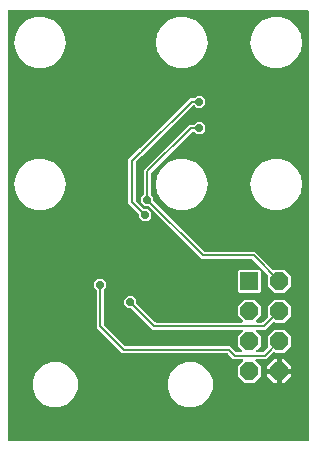
<source format=gbr>
G04 EAGLE Gerber RS-274X export*
G75*
%MOMM*%
%FSLAX34Y34*%
%LPD*%
%INBottom Copper*%
%IPPOS*%
%AMOC8*
5,1,8,0,0,1.08239X$1,22.5*%
G01*
%ADD10R,1.524000X1.524000*%
%ADD11P,1.649562X8X292.500000*%
%ADD12P,0.654629X8X22.500000*%
%ADD13C,0.203200*%

G36*
X256502Y2549D02*
X256502Y2549D01*
X256560Y2547D01*
X256642Y2569D01*
X256726Y2581D01*
X256779Y2604D01*
X256835Y2619D01*
X256908Y2662D01*
X256985Y2697D01*
X257030Y2735D01*
X257080Y2764D01*
X257138Y2826D01*
X257202Y2880D01*
X257234Y2929D01*
X257274Y2972D01*
X257313Y3047D01*
X257360Y3117D01*
X257377Y3173D01*
X257404Y3225D01*
X257415Y3293D01*
X257445Y3388D01*
X257448Y3488D01*
X257459Y3556D01*
X257459Y366444D01*
X257451Y366502D01*
X257453Y366560D01*
X257431Y366642D01*
X257419Y366726D01*
X257396Y366779D01*
X257381Y366835D01*
X257338Y366908D01*
X257303Y366985D01*
X257265Y367030D01*
X257236Y367080D01*
X257174Y367138D01*
X257120Y367202D01*
X257071Y367234D01*
X257028Y367274D01*
X256953Y367313D01*
X256883Y367360D01*
X256827Y367377D01*
X256775Y367404D01*
X256707Y367415D01*
X256612Y367445D01*
X256512Y367448D01*
X256444Y367459D01*
X3556Y367459D01*
X3498Y367451D01*
X3440Y367453D01*
X3358Y367431D01*
X3274Y367419D01*
X3221Y367396D01*
X3165Y367381D01*
X3092Y367338D01*
X3015Y367303D01*
X2970Y367265D01*
X2920Y367236D01*
X2862Y367174D01*
X2798Y367120D01*
X2766Y367071D01*
X2726Y367028D01*
X2687Y366953D01*
X2640Y366883D01*
X2623Y366827D01*
X2596Y366775D01*
X2585Y366707D01*
X2555Y366612D01*
X2552Y366512D01*
X2541Y366444D01*
X2541Y3556D01*
X2549Y3498D01*
X2547Y3440D01*
X2569Y3358D01*
X2581Y3274D01*
X2604Y3221D01*
X2619Y3165D01*
X2662Y3092D01*
X2697Y3015D01*
X2735Y2970D01*
X2764Y2920D01*
X2826Y2862D01*
X2880Y2798D01*
X2929Y2766D01*
X2972Y2726D01*
X3047Y2687D01*
X3117Y2640D01*
X3173Y2623D01*
X3225Y2596D01*
X3293Y2585D01*
X3388Y2555D01*
X3488Y2552D01*
X3556Y2541D01*
X256444Y2541D01*
X256502Y2549D01*
G37*
%LPC*%
G36*
X203302Y52247D02*
X203302Y52247D01*
X197647Y57902D01*
X197647Y65898D01*
X201967Y70218D01*
X201985Y70242D01*
X202007Y70261D01*
X202070Y70355D01*
X202138Y70445D01*
X202148Y70473D01*
X202165Y70497D01*
X202199Y70605D01*
X202239Y70711D01*
X202242Y70740D01*
X202251Y70768D01*
X202253Y70882D01*
X202263Y70994D01*
X202257Y71023D01*
X202258Y71052D01*
X202229Y71162D01*
X202207Y71273D01*
X202193Y71299D01*
X202186Y71327D01*
X202128Y71425D01*
X202076Y71525D01*
X202056Y71547D01*
X202041Y71572D01*
X201958Y71649D01*
X201880Y71731D01*
X201855Y71746D01*
X201833Y71766D01*
X201733Y71818D01*
X201635Y71875D01*
X201606Y71882D01*
X201580Y71896D01*
X201503Y71909D01*
X201359Y71945D01*
X201297Y71943D01*
X201249Y71951D01*
X193737Y71951D01*
X189035Y76654D01*
X188965Y76706D01*
X188901Y76766D01*
X188851Y76792D01*
X188807Y76825D01*
X188726Y76856D01*
X188648Y76896D01*
X188600Y76904D01*
X188542Y76926D01*
X188394Y76938D01*
X188317Y76951D01*
X99710Y76951D01*
X77901Y98760D01*
X77901Y130477D01*
X77893Y130533D01*
X77895Y130579D01*
X77888Y130605D01*
X77886Y130651D01*
X77869Y130704D01*
X77861Y130758D01*
X77828Y130832D01*
X77823Y130854D01*
X77818Y130861D01*
X77799Y130921D01*
X77771Y130961D01*
X77745Y131018D01*
X77678Y131097D01*
X77678Y131098D01*
X77676Y131099D01*
X77649Y131131D01*
X77604Y131195D01*
X75893Y132905D01*
X75893Y137095D01*
X78855Y140057D01*
X83045Y140057D01*
X86007Y137095D01*
X86007Y132905D01*
X84296Y131195D01*
X84244Y131125D01*
X84184Y131061D01*
X84158Y131012D01*
X84125Y130968D01*
X84102Y130906D01*
X84098Y130901D01*
X84093Y130884D01*
X84054Y130808D01*
X84046Y130760D01*
X84024Y130702D01*
X84020Y130653D01*
X84013Y130630D01*
X84011Y130548D01*
X83999Y130477D01*
X83999Y101706D01*
X84011Y101619D01*
X84014Y101532D01*
X84031Y101479D01*
X84039Y101424D01*
X84074Y101345D01*
X84101Y101261D01*
X84129Y101222D01*
X84155Y101165D01*
X84251Y101052D01*
X84296Y100988D01*
X101938Y83346D01*
X102008Y83294D01*
X102072Y83234D01*
X102121Y83208D01*
X102165Y83175D01*
X102247Y83144D01*
X102325Y83104D01*
X102372Y83096D01*
X102431Y83074D01*
X102579Y83062D01*
X102656Y83049D01*
X191263Y83049D01*
X195965Y78346D01*
X196035Y78294D01*
X196099Y78234D01*
X196149Y78208D01*
X196193Y78175D01*
X196274Y78144D01*
X196352Y78104D01*
X196400Y78096D01*
X196458Y78074D01*
X196606Y78062D01*
X196683Y78049D01*
X200449Y78049D01*
X200478Y78053D01*
X200508Y78050D01*
X200619Y78073D01*
X200731Y78089D01*
X200757Y78101D01*
X200786Y78106D01*
X200887Y78158D01*
X200990Y78205D01*
X201013Y78224D01*
X201039Y78237D01*
X201121Y78315D01*
X201207Y78388D01*
X201223Y78413D01*
X201245Y78433D01*
X201302Y78531D01*
X201365Y78625D01*
X201374Y78653D01*
X201388Y78678D01*
X201416Y78788D01*
X201451Y78896D01*
X201451Y78926D01*
X201458Y78954D01*
X201455Y79067D01*
X201458Y79180D01*
X201450Y79209D01*
X201449Y79238D01*
X201415Y79346D01*
X201386Y79455D01*
X201371Y79481D01*
X201362Y79509D01*
X201316Y79572D01*
X201241Y79700D01*
X201195Y79743D01*
X201167Y79782D01*
X197647Y83302D01*
X197647Y91298D01*
X201567Y95218D01*
X201585Y95242D01*
X201607Y95261D01*
X201670Y95355D01*
X201738Y95445D01*
X201748Y95473D01*
X201765Y95497D01*
X201799Y95605D01*
X201839Y95711D01*
X201842Y95740D01*
X201851Y95768D01*
X201853Y95882D01*
X201863Y95994D01*
X201857Y96023D01*
X201858Y96052D01*
X201829Y96162D01*
X201807Y96273D01*
X201793Y96299D01*
X201786Y96327D01*
X201728Y96425D01*
X201676Y96525D01*
X201656Y96547D01*
X201641Y96572D01*
X201558Y96649D01*
X201480Y96731D01*
X201455Y96746D01*
X201433Y96766D01*
X201333Y96818D01*
X201235Y96875D01*
X201206Y96882D01*
X201180Y96896D01*
X201103Y96909D01*
X200959Y96945D01*
X200897Y96943D01*
X200849Y96951D01*
X125417Y96951D01*
X107393Y114976D01*
X107323Y115029D01*
X107259Y115089D01*
X107209Y115114D01*
X107165Y115147D01*
X107084Y115178D01*
X107006Y115218D01*
X106958Y115226D01*
X106900Y115248D01*
X106752Y115261D01*
X106675Y115274D01*
X104255Y115274D01*
X101293Y118236D01*
X101293Y122425D01*
X104255Y125387D01*
X108445Y125387D01*
X111407Y122425D01*
X111407Y120006D01*
X111419Y119919D01*
X111422Y119832D01*
X111439Y119779D01*
X111447Y119724D01*
X111482Y119644D01*
X111509Y119561D01*
X111537Y119522D01*
X111563Y119465D01*
X111659Y119351D01*
X111704Y119288D01*
X127646Y103346D01*
X127716Y103294D01*
X127779Y103234D01*
X127829Y103208D01*
X127873Y103175D01*
X127955Y103144D01*
X128033Y103104D01*
X128080Y103096D01*
X128139Y103074D01*
X128286Y103062D01*
X128364Y103049D01*
X200849Y103049D01*
X200878Y103053D01*
X200908Y103050D01*
X201019Y103073D01*
X201131Y103089D01*
X201157Y103101D01*
X201186Y103106D01*
X201287Y103158D01*
X201390Y103205D01*
X201413Y103224D01*
X201439Y103237D01*
X201521Y103315D01*
X201607Y103388D01*
X201623Y103413D01*
X201645Y103433D01*
X201702Y103531D01*
X201765Y103625D01*
X201774Y103653D01*
X201788Y103678D01*
X201816Y103788D01*
X201851Y103896D01*
X201851Y103926D01*
X201858Y103954D01*
X201855Y104067D01*
X201858Y104180D01*
X201850Y104209D01*
X201849Y104238D01*
X201815Y104346D01*
X201786Y104455D01*
X201771Y104481D01*
X201762Y104509D01*
X201716Y104572D01*
X201641Y104700D01*
X201639Y104701D01*
X201639Y104702D01*
X201595Y104743D01*
X201567Y104782D01*
X197647Y108702D01*
X197647Y116698D01*
X203302Y122353D01*
X211298Y122353D01*
X216953Y116698D01*
X216953Y108702D01*
X213033Y104782D01*
X213016Y104759D01*
X212995Y104741D01*
X212994Y104741D01*
X212993Y104739D01*
X212930Y104645D01*
X212862Y104555D01*
X212852Y104527D01*
X212835Y104503D01*
X212801Y104395D01*
X212761Y104289D01*
X212758Y104260D01*
X212749Y104232D01*
X212747Y104118D01*
X212737Y104006D01*
X212743Y103977D01*
X212742Y103948D01*
X212771Y103838D01*
X212793Y103727D01*
X212807Y103701D01*
X212814Y103673D01*
X212872Y103575D01*
X212924Y103475D01*
X212944Y103453D01*
X212959Y103428D01*
X213042Y103351D01*
X213120Y103269D01*
X213145Y103254D01*
X213167Y103234D01*
X213267Y103182D01*
X213365Y103125D01*
X213394Y103118D01*
X213420Y103104D01*
X213497Y103091D01*
X213641Y103055D01*
X213703Y103057D01*
X213751Y103049D01*
X218317Y103049D01*
X218403Y103061D01*
X218491Y103064D01*
X218543Y103081D01*
X218598Y103089D01*
X218678Y103124D01*
X218761Y103151D01*
X218800Y103179D01*
X218858Y103205D01*
X218971Y103301D01*
X219035Y103346D01*
X223001Y107312D01*
X223036Y107359D01*
X223078Y107399D01*
X223121Y107472D01*
X223172Y107540D01*
X223193Y107594D01*
X223222Y107645D01*
X223243Y107726D01*
X223273Y107805D01*
X223278Y107863D01*
X223292Y107920D01*
X223290Y108005D01*
X223297Y108089D01*
X223285Y108146D01*
X223283Y108204D01*
X223257Y108285D01*
X223241Y108367D01*
X223214Y108419D01*
X223196Y108475D01*
X223156Y108531D01*
X223110Y108620D01*
X223047Y108685D01*
X223047Y116698D01*
X228702Y122353D01*
X236698Y122353D01*
X242353Y116698D01*
X242353Y108702D01*
X236698Y103047D01*
X228691Y103047D01*
X228661Y103078D01*
X228588Y103121D01*
X228521Y103172D01*
X228466Y103193D01*
X228416Y103222D01*
X228334Y103243D01*
X228255Y103273D01*
X228197Y103278D01*
X228140Y103292D01*
X228056Y103290D01*
X227972Y103297D01*
X227915Y103285D01*
X227856Y103283D01*
X227776Y103257D01*
X227693Y103241D01*
X227641Y103214D01*
X227586Y103196D01*
X227530Y103156D01*
X227441Y103110D01*
X227369Y103041D01*
X227312Y103001D01*
X223346Y99035D01*
X223346Y99034D01*
X221263Y96951D01*
X213751Y96951D01*
X213722Y96947D01*
X213692Y96950D01*
X213581Y96927D01*
X213469Y96911D01*
X213443Y96899D01*
X213414Y96894D01*
X213313Y96842D01*
X213210Y96795D01*
X213187Y96776D01*
X213161Y96763D01*
X213079Y96685D01*
X212993Y96612D01*
X212977Y96587D01*
X212955Y96567D01*
X212898Y96469D01*
X212835Y96375D01*
X212826Y96347D01*
X212812Y96322D01*
X212784Y96212D01*
X212749Y96104D01*
X212749Y96074D01*
X212742Y96046D01*
X212745Y95933D01*
X212742Y95820D01*
X212750Y95791D01*
X212751Y95762D01*
X212785Y95654D01*
X212814Y95545D01*
X212829Y95519D01*
X212838Y95491D01*
X212884Y95428D01*
X212959Y95300D01*
X213005Y95257D01*
X213033Y95218D01*
X216953Y91298D01*
X216953Y83302D01*
X213433Y79782D01*
X213415Y79758D01*
X213393Y79739D01*
X213330Y79645D01*
X213262Y79555D01*
X213252Y79527D01*
X213235Y79503D01*
X213201Y79395D01*
X213161Y79289D01*
X213158Y79260D01*
X213149Y79232D01*
X213147Y79118D01*
X213137Y79006D01*
X213143Y78977D01*
X213142Y78948D01*
X213171Y78838D01*
X213193Y78727D01*
X213207Y78701D01*
X213214Y78673D01*
X213272Y78575D01*
X213324Y78475D01*
X213344Y78453D01*
X213359Y78428D01*
X213442Y78351D01*
X213520Y78269D01*
X213545Y78254D01*
X213567Y78234D01*
X213667Y78182D01*
X213765Y78125D01*
X213794Y78118D01*
X213820Y78104D01*
X213897Y78091D01*
X214041Y78055D01*
X214103Y78057D01*
X214151Y78049D01*
X218717Y78049D01*
X218803Y78061D01*
X218891Y78064D01*
X218943Y78081D01*
X218998Y78089D01*
X219078Y78124D01*
X219161Y78151D01*
X219200Y78179D01*
X219258Y78205D01*
X219371Y78301D01*
X219435Y78346D01*
X223001Y81912D01*
X223036Y81959D01*
X223078Y81999D01*
X223121Y82072D01*
X223172Y82140D01*
X223193Y82194D01*
X223222Y82245D01*
X223243Y82326D01*
X223273Y82405D01*
X223278Y82463D01*
X223292Y82520D01*
X223290Y82605D01*
X223297Y82689D01*
X223285Y82746D01*
X223283Y82804D01*
X223257Y82885D01*
X223241Y82967D01*
X223214Y83019D01*
X223196Y83075D01*
X223156Y83131D01*
X223110Y83220D01*
X223047Y83285D01*
X223047Y91298D01*
X228702Y96953D01*
X236698Y96953D01*
X242353Y91298D01*
X242353Y83302D01*
X236698Y77647D01*
X228691Y77647D01*
X228661Y77678D01*
X228588Y77721D01*
X228521Y77772D01*
X228466Y77793D01*
X228416Y77822D01*
X228334Y77843D01*
X228255Y77873D01*
X228197Y77878D01*
X228140Y77892D01*
X228056Y77890D01*
X227972Y77897D01*
X227915Y77885D01*
X227856Y77883D01*
X227776Y77857D01*
X227693Y77841D01*
X227641Y77814D01*
X227586Y77796D01*
X227530Y77756D01*
X227441Y77710D01*
X227369Y77641D01*
X227312Y77601D01*
X221663Y71951D01*
X213351Y71951D01*
X213322Y71947D01*
X213292Y71950D01*
X213181Y71927D01*
X213069Y71911D01*
X213043Y71899D01*
X213014Y71894D01*
X212913Y71842D01*
X212810Y71795D01*
X212787Y71776D01*
X212761Y71763D01*
X212679Y71685D01*
X212593Y71612D01*
X212577Y71587D01*
X212555Y71567D01*
X212498Y71469D01*
X212435Y71375D01*
X212426Y71347D01*
X212412Y71322D01*
X212384Y71212D01*
X212349Y71104D01*
X212349Y71074D01*
X212342Y71046D01*
X212345Y70933D01*
X212342Y70820D01*
X212350Y70791D01*
X212351Y70762D01*
X212385Y70654D01*
X212414Y70545D01*
X212429Y70519D01*
X212438Y70491D01*
X212484Y70428D01*
X212559Y70300D01*
X212605Y70257D01*
X212633Y70218D01*
X216953Y65898D01*
X216953Y57902D01*
X211298Y52247D01*
X203302Y52247D01*
G37*
%LPD*%
%LPC*%
G36*
X228702Y128447D02*
X228702Y128447D01*
X223047Y134102D01*
X223047Y142109D01*
X223078Y142139D01*
X223121Y142212D01*
X223172Y142279D01*
X223193Y142334D01*
X223222Y142384D01*
X223243Y142466D01*
X223273Y142545D01*
X223278Y142603D01*
X223292Y142660D01*
X223290Y142744D01*
X223297Y142828D01*
X223285Y142885D01*
X223283Y142944D01*
X223257Y143024D01*
X223241Y143107D01*
X223214Y143159D01*
X223196Y143214D01*
X223156Y143270D01*
X223110Y143359D01*
X223041Y143431D01*
X223001Y143488D01*
X209835Y156654D01*
X209765Y156706D01*
X209701Y156766D01*
X209651Y156792D01*
X209607Y156825D01*
X209526Y156856D01*
X209448Y156896D01*
X209400Y156904D01*
X209342Y156926D01*
X209194Y156938D01*
X209117Y156951D01*
X166737Y156951D01*
X122043Y201646D01*
X121973Y201698D01*
X121909Y201758D01*
X121859Y201784D01*
X121815Y201817D01*
X121734Y201848D01*
X121656Y201888D01*
X121608Y201896D01*
X121550Y201918D01*
X121402Y201930D01*
X121325Y201943D01*
X118905Y201943D01*
X115943Y204905D01*
X115943Y209095D01*
X117654Y210805D01*
X117706Y210875D01*
X117766Y210939D01*
X117792Y210988D01*
X117825Y211032D01*
X117856Y211114D01*
X117896Y211192D01*
X117904Y211240D01*
X117926Y211298D01*
X117938Y211446D01*
X117951Y211523D01*
X117951Y232263D01*
X156237Y270549D01*
X160477Y270549D01*
X160564Y270561D01*
X160651Y270564D01*
X160704Y270581D01*
X160758Y270589D01*
X160838Y270624D01*
X160921Y270651D01*
X160961Y270679D01*
X161018Y270705D01*
X161131Y270801D01*
X161195Y270846D01*
X162905Y272557D01*
X167095Y272557D01*
X170057Y269595D01*
X170057Y265405D01*
X167095Y262443D01*
X162905Y262443D01*
X161195Y264154D01*
X161125Y264206D01*
X161061Y264266D01*
X161012Y264292D01*
X160968Y264325D01*
X160886Y264356D01*
X160808Y264396D01*
X160760Y264404D01*
X160702Y264426D01*
X160554Y264438D01*
X160477Y264451D01*
X159183Y264451D01*
X159097Y264439D01*
X159009Y264436D01*
X158957Y264419D01*
X158902Y264411D01*
X158822Y264376D01*
X158739Y264349D01*
X158700Y264321D01*
X158642Y264295D01*
X158529Y264199D01*
X158465Y264154D01*
X124346Y230035D01*
X124294Y229965D01*
X124234Y229901D01*
X124208Y229851D01*
X124175Y229807D01*
X124144Y229726D01*
X124104Y229648D01*
X124096Y229600D01*
X124074Y229542D01*
X124062Y229394D01*
X124049Y229317D01*
X124049Y211523D01*
X124061Y211436D01*
X124064Y211349D01*
X124081Y211296D01*
X124089Y211242D01*
X124124Y211162D01*
X124151Y211079D01*
X124179Y211039D01*
X124205Y210982D01*
X124301Y210869D01*
X124346Y210805D01*
X126057Y209095D01*
X126057Y206675D01*
X126069Y206589D01*
X126072Y206501D01*
X126089Y206449D01*
X126097Y206394D01*
X126132Y206314D01*
X126159Y206231D01*
X126187Y206192D01*
X126213Y206134D01*
X126309Y206021D01*
X126354Y205957D01*
X168965Y163346D01*
X169035Y163294D01*
X169099Y163234D01*
X169149Y163208D01*
X169193Y163175D01*
X169274Y163144D01*
X169352Y163104D01*
X169400Y163096D01*
X169458Y163074D01*
X169606Y163062D01*
X169683Y163049D01*
X212063Y163049D01*
X214146Y160966D01*
X214146Y160965D01*
X227312Y147799D01*
X227359Y147764D01*
X227399Y147722D01*
X227472Y147679D01*
X227540Y147628D01*
X227594Y147607D01*
X227645Y147578D01*
X227726Y147557D01*
X227805Y147527D01*
X227863Y147522D01*
X227920Y147508D01*
X228005Y147510D01*
X228089Y147503D01*
X228146Y147515D01*
X228204Y147517D01*
X228285Y147543D01*
X228367Y147559D01*
X228419Y147586D01*
X228475Y147604D01*
X228531Y147644D01*
X228620Y147690D01*
X228685Y147753D01*
X236698Y147753D01*
X242353Y142098D01*
X242353Y134102D01*
X236698Y128447D01*
X228702Y128447D01*
G37*
%LPD*%
%LPC*%
G36*
X226193Y198409D02*
X226193Y198409D01*
X219038Y201013D01*
X213205Y205908D01*
X209398Y212502D01*
X208076Y220000D01*
X209398Y227498D01*
X213205Y234092D01*
X219038Y238987D01*
X226193Y241591D01*
X233807Y241591D01*
X240962Y238987D01*
X246795Y234092D01*
X250602Y227498D01*
X251924Y220000D01*
X250602Y212502D01*
X246795Y205908D01*
X240962Y201013D01*
X233807Y198409D01*
X226193Y198409D01*
G37*
%LPD*%
%LPC*%
G36*
X226193Y318409D02*
X226193Y318409D01*
X219038Y321013D01*
X213205Y325908D01*
X209398Y332502D01*
X208076Y340000D01*
X209398Y347498D01*
X213205Y354092D01*
X219038Y358987D01*
X226193Y361591D01*
X233807Y361591D01*
X240962Y358987D01*
X246795Y354092D01*
X250602Y347498D01*
X251924Y340000D01*
X250602Y332502D01*
X246795Y325908D01*
X240962Y321013D01*
X233807Y318409D01*
X226193Y318409D01*
G37*
%LPD*%
%LPC*%
G36*
X146193Y318409D02*
X146193Y318409D01*
X139038Y321013D01*
X133205Y325908D01*
X129398Y332502D01*
X128076Y340000D01*
X129398Y347498D01*
X133205Y354092D01*
X139038Y358987D01*
X146193Y361591D01*
X153807Y361591D01*
X160962Y358987D01*
X166795Y354092D01*
X170602Y347498D01*
X171924Y340000D01*
X170602Y332502D01*
X166795Y325908D01*
X160962Y321013D01*
X153807Y318409D01*
X146193Y318409D01*
G37*
%LPD*%
%LPC*%
G36*
X26193Y198409D02*
X26193Y198409D01*
X19038Y201013D01*
X13205Y205908D01*
X9398Y212502D01*
X8076Y220000D01*
X9398Y227498D01*
X13205Y234092D01*
X19038Y238987D01*
X26193Y241591D01*
X33807Y241591D01*
X40962Y238987D01*
X46795Y234092D01*
X50602Y227498D01*
X51924Y220000D01*
X50602Y212502D01*
X46795Y205908D01*
X40962Y201013D01*
X33807Y198409D01*
X26193Y198409D01*
G37*
%LPD*%
%LPC*%
G36*
X146193Y198409D02*
X146193Y198409D01*
X139038Y201013D01*
X133205Y205908D01*
X129398Y212502D01*
X128076Y220000D01*
X129398Y227498D01*
X133205Y234092D01*
X139038Y238987D01*
X146193Y241591D01*
X153807Y241591D01*
X160962Y238987D01*
X166795Y234092D01*
X170602Y227498D01*
X171924Y220000D01*
X170602Y212502D01*
X166795Y205908D01*
X160962Y201013D01*
X153807Y198409D01*
X146193Y198409D01*
G37*
%LPD*%
%LPC*%
G36*
X26193Y318409D02*
X26193Y318409D01*
X19038Y321013D01*
X13205Y325908D01*
X9398Y332502D01*
X8076Y340000D01*
X9398Y347498D01*
X13205Y354092D01*
X19038Y358987D01*
X26193Y361591D01*
X33807Y361591D01*
X40962Y358987D01*
X46795Y354092D01*
X50602Y347498D01*
X51924Y340000D01*
X50602Y332502D01*
X46795Y325908D01*
X40962Y321013D01*
X33807Y318409D01*
X26193Y318409D01*
G37*
%LPD*%
%LPC*%
G36*
X153363Y31459D02*
X153363Y31459D01*
X146364Y34358D01*
X141008Y39714D01*
X138109Y46713D01*
X138109Y54287D01*
X141008Y61286D01*
X146364Y66642D01*
X153363Y69541D01*
X160937Y69541D01*
X167936Y66642D01*
X173292Y61286D01*
X176191Y54287D01*
X176191Y46713D01*
X173292Y39714D01*
X167936Y34358D01*
X160937Y31459D01*
X153363Y31459D01*
G37*
%LPD*%
%LPC*%
G36*
X39063Y31459D02*
X39063Y31459D01*
X32064Y34358D01*
X26708Y39714D01*
X23809Y46713D01*
X23809Y54287D01*
X26708Y61286D01*
X32064Y66642D01*
X39063Y69541D01*
X46637Y69541D01*
X53636Y66642D01*
X58992Y61286D01*
X61891Y54287D01*
X61891Y46713D01*
X58992Y39714D01*
X53636Y34358D01*
X46637Y31459D01*
X39063Y31459D01*
G37*
%LPD*%
%LPC*%
G36*
X116955Y188893D02*
X116955Y188893D01*
X113993Y191855D01*
X113993Y194275D01*
X113981Y194361D01*
X113978Y194449D01*
X113961Y194501D01*
X113953Y194556D01*
X113918Y194636D01*
X113891Y194719D01*
X113863Y194758D01*
X113837Y194816D01*
X113741Y194929D01*
X113696Y194993D01*
X104951Y203737D01*
X104951Y241263D01*
X107034Y243346D01*
X107035Y243346D01*
X114237Y250549D01*
X114317Y250549D01*
X114403Y250561D01*
X114491Y250564D01*
X114543Y250581D01*
X114598Y250589D01*
X114678Y250624D01*
X114761Y250651D01*
X114800Y250679D01*
X114858Y250705D01*
X114971Y250801D01*
X115035Y250846D01*
X157237Y293049D01*
X160477Y293049D01*
X160564Y293061D01*
X160651Y293064D01*
X160704Y293081D01*
X160758Y293089D01*
X160838Y293124D01*
X160921Y293151D01*
X160961Y293179D01*
X161018Y293205D01*
X161131Y293301D01*
X161195Y293346D01*
X162905Y295057D01*
X167095Y295057D01*
X170057Y292095D01*
X170057Y287905D01*
X167095Y284943D01*
X162905Y284943D01*
X161195Y286654D01*
X161125Y286706D01*
X161061Y286766D01*
X161012Y286792D01*
X160968Y286825D01*
X160886Y286856D01*
X160808Y286896D01*
X160760Y286904D01*
X160702Y286926D01*
X160554Y286938D01*
X160477Y286951D01*
X160183Y286951D01*
X160097Y286939D01*
X160009Y286936D01*
X159957Y286919D01*
X159902Y286911D01*
X159822Y286876D01*
X159739Y286849D01*
X159700Y286821D01*
X159642Y286795D01*
X159529Y286699D01*
X159465Y286654D01*
X116763Y243951D01*
X116683Y243951D01*
X116597Y243939D01*
X116509Y243936D01*
X116457Y243919D01*
X116402Y243911D01*
X116322Y243876D01*
X116239Y243849D01*
X116200Y243821D01*
X116142Y243795D01*
X116029Y243699D01*
X115965Y243654D01*
X111346Y239035D01*
X111294Y238965D01*
X111234Y238901D01*
X111208Y238851D01*
X111175Y238807D01*
X111144Y238726D01*
X111104Y238648D01*
X111096Y238600D01*
X111074Y238542D01*
X111062Y238394D01*
X111049Y238317D01*
X111049Y206683D01*
X111061Y206597D01*
X111064Y206509D01*
X111081Y206457D01*
X111089Y206402D01*
X111124Y206322D01*
X111151Y206239D01*
X111179Y206200D01*
X111205Y206142D01*
X111301Y206029D01*
X111346Y205965D01*
X118007Y199304D01*
X118077Y199252D01*
X118141Y199192D01*
X118191Y199166D01*
X118235Y199133D01*
X118316Y199102D01*
X118394Y199062D01*
X118442Y199054D01*
X118500Y199032D01*
X118648Y199020D01*
X118725Y199007D01*
X121145Y199007D01*
X124107Y196045D01*
X124107Y191855D01*
X121145Y188893D01*
X116955Y188893D01*
G37*
%LPD*%
%LPC*%
G36*
X198838Y128447D02*
X198838Y128447D01*
X197647Y129638D01*
X197647Y146562D01*
X198838Y147753D01*
X215762Y147753D01*
X216953Y146562D01*
X216953Y129638D01*
X215762Y128447D01*
X198838Y128447D01*
G37*
%LPD*%
%LPC*%
G36*
X234731Y63931D02*
X234731Y63931D01*
X234731Y72061D01*
X236909Y72061D01*
X242861Y66109D01*
X242861Y63931D01*
X234731Y63931D01*
G37*
%LPD*%
%LPC*%
G36*
X222539Y63931D02*
X222539Y63931D01*
X222539Y66109D01*
X228491Y72061D01*
X230669Y72061D01*
X230669Y63931D01*
X222539Y63931D01*
G37*
%LPD*%
%LPC*%
G36*
X234731Y51739D02*
X234731Y51739D01*
X234731Y59869D01*
X242861Y59869D01*
X242861Y57691D01*
X236909Y51739D01*
X234731Y51739D01*
G37*
%LPD*%
%LPC*%
G36*
X228491Y51739D02*
X228491Y51739D01*
X222539Y57691D01*
X222539Y59869D01*
X230669Y59869D01*
X230669Y51739D01*
X228491Y51739D01*
G37*
%LPD*%
%LPC*%
G36*
X232699Y61899D02*
X232699Y61899D01*
X232699Y61901D01*
X232701Y61901D01*
X232701Y61899D01*
X232699Y61899D01*
G37*
%LPD*%
D10*
X207300Y138100D03*
D11*
X232700Y138100D03*
X207300Y112700D03*
X232700Y112700D03*
X207300Y87300D03*
X232700Y87300D03*
X207300Y61900D03*
X232700Y61900D03*
D12*
X112750Y187000D03*
X125250Y187000D03*
X182500Y152500D03*
X87250Y187000D03*
X87250Y144000D03*
X74500Y144000D03*
X55500Y143000D03*
X55500Y187000D03*
X100000Y144000D03*
X112750Y144000D03*
X125500Y144000D03*
X150000Y190000D03*
X153500Y299500D03*
X153000Y144000D03*
X10000Y40000D03*
X190000Y40000D03*
X165000Y280000D03*
X74500Y187000D03*
X114500Y224000D03*
X168000Y253000D03*
X237000Y179500D03*
X130000Y250000D03*
X121000Y278500D03*
X121000Y207000D03*
D13*
X121000Y231000D01*
D12*
X165000Y267500D03*
D13*
X157500Y267500D02*
X121000Y231000D01*
X157500Y267500D02*
X165000Y267500D01*
X210800Y160000D02*
X232700Y138100D01*
X210800Y160000D02*
X168000Y160000D01*
X121000Y207000D01*
D12*
X119050Y193950D03*
X165000Y290000D03*
D13*
X158500Y290000D01*
X108000Y205000D02*
X119050Y193950D01*
X115500Y247000D02*
X158500Y290000D01*
X115500Y247500D02*
X115500Y247000D01*
X115500Y247500D02*
X108000Y240000D01*
X108000Y205000D01*
X220000Y100000D02*
X232700Y112700D01*
X220000Y100000D02*
X126680Y100000D01*
X106350Y120330D01*
D12*
X106350Y120330D03*
X80950Y135000D03*
D13*
X80950Y100023D01*
X100973Y80000D01*
X190000Y80000D01*
X195000Y75000D01*
X220400Y75000D01*
X232700Y87300D01*
M02*

</source>
